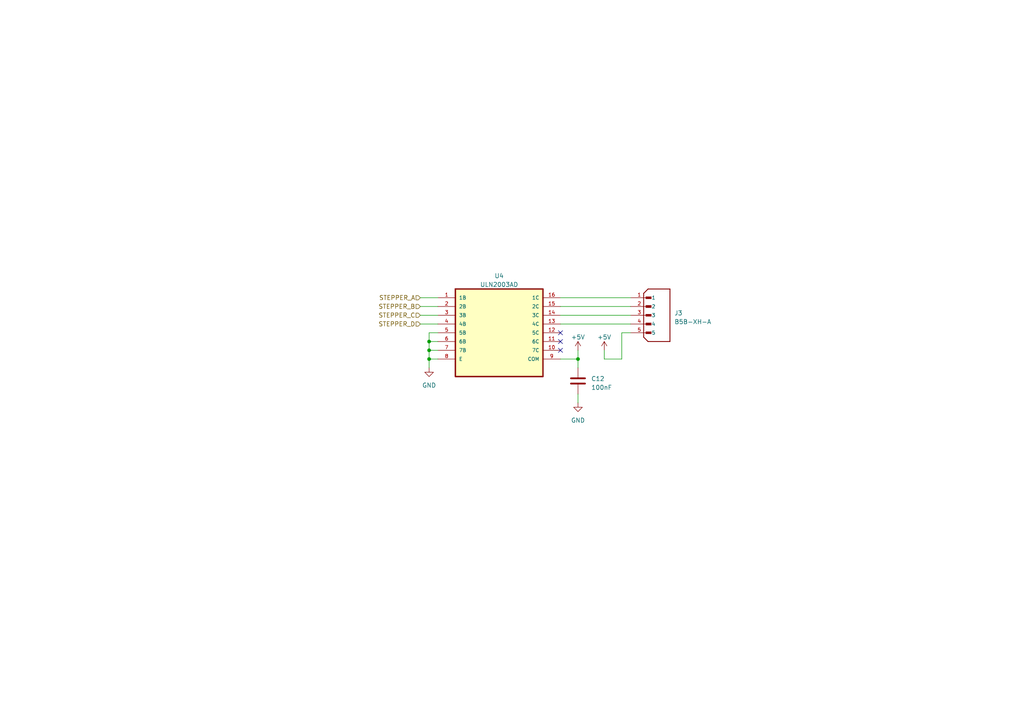
<source format=kicad_sch>
(kicad_sch (version 20230121) (generator eeschema)
  (paper "A4")
  (title_block (title "ISSptr") (date "July 2024") (rev "v1"))
  (lib_symbols
    (symbol "B5B-XH-A_LF__SN_:B5B-XH-A_LF__SN_" (pin_names (offset 1.016))
      (property "Reference" "J" (at -2.54 8.89 0))
      (property "Value" "B5B-XH-A_LF__SN_" (at -2.54 -10.16 0))
      (symbol "B5B-XH-A_LF__SN__0_0"
        (rectangle (start -3.175 -5.3975) (end -1.5875 -4.7625) (stroke (width 0.1)) (fill (type outline)))
        (rectangle (start -3.175 -2.8575) (end -1.5875 -2.2225) (stroke (width 0.1)) (fill (type outline)))
        (rectangle (start -3.175 -0.3175) (end -1.5875 0.3175) (stroke (width 0.1)) (fill (type outline)))
        (rectangle (start -3.175 2.2225) (end -1.5875 2.8575) (stroke (width 0.1)) (fill (type outline)))
        (rectangle (start -3.175 4.7625) (end -1.5875 5.3975) (stroke (width 0.1)) (fill (type outline)))
        (polyline (pts (xy -3.81 -6.35) (xy -2.54 -7.62)) (stroke (width 0.254)))
        (polyline (pts (xy -3.81 6.35) (xy -3.81 -6.35)) (stroke (width 0.254)))
        (polyline (pts (xy -3.81 6.35) (xy -2.54 7.62)) (stroke (width 0.254)))
        (polyline (pts (xy -2.54 -7.62) (xy 3.81 -7.62)) (stroke (width 0.254)))
        (polyline (pts (xy 3.81 -7.62) (xy 3.81 7.62)) (stroke (width 0.254)))
        (polyline (pts (xy 3.81 7.62) (xy -2.54 7.62)) (stroke (width 0.254)))
        (pin passive line (at -7.62 5.08 0) (length 5.08) (name "1") (number "1"))
        (pin passive line (at -7.62 2.54 0) (length 5.08) (name "2") (number "2"))
        (pin passive line (at -7.62 0 0) (length 5.08) (name "3") (number "3"))
        (pin passive line (at -7.62 -2.54 0) (length 5.08) (name "4") (number "4"))
        (pin passive line (at -7.62 -5.08 0) (length 5.08) (name "5") (number "5"))
      )
    )
    (symbol "Device:C" (pin_numbers hide) (pin_names (offset 0.254))
      (property "Reference" "C" (at 0.635 2.54 0))
      (property "Value" "C" (at 0.635 -2.54 0))
      (symbol "C_0_1"
        (polyline (pts (xy -2.032 -0.762) (xy 2.032 -0.762)) (stroke (width 0.508)))
        (polyline (pts (xy -2.032 0.762) (xy 2.032 0.762)) (stroke (width 0.508)))
      )
      (symbol "C_1_1"
        (pin passive line (at 0 3.81 270) (length 2.794) (name "~") (number "1"))
        (pin passive line (at 0 -3.81 90) (length 2.794) (name "~") (number "2"))
      )
    )
    (symbol "ULN2003AD:ULN2003AD" (pin_names (offset 1.016))
      (property "Reference" "U" (at -12.7 13.7 0))
      (property "Value" "ULN2003AD" (at -12.7 -16.7 0))
      (symbol "ULN2003AD_0_0"
        (rectangle (start -12.7 -12.7) (end 12.7 12.7) (stroke (width 0.41)) (fill (type background)))
        (pin input line (at -17.78 10.16 0) (length 5.08) (name "1B") (number "1"))
        (pin output line (at 17.78 -5.08 180) (length 5.08) (name "7C") (number "10"))
        (pin output line (at 17.78 -2.54 180) (length 5.08) (name "6C") (number "11"))
        (pin output line (at 17.78 0 180) (length 5.08) (name "5C") (number "12"))
        (pin output line (at 17.78 2.54 180) (length 5.08) (name "4C") (number "13"))
        (pin output line (at 17.78 5.08 180) (length 5.08) (name "3C") (number "14"))
        (pin output line (at 17.78 7.62 180) (length 5.08) (name "2C") (number "15"))
        (pin output line (at 17.78 10.16 180) (length 5.08) (name "1C") (number "16"))
        (pin input line (at -17.78 7.62 0) (length 5.08) (name "2B") (number "2"))
        (pin input line (at -17.78 5.08 0) (length 5.08) (name "3B") (number "3"))
        (pin input line (at -17.78 2.54 0) (length 5.08) (name "4B") (number "4"))
        (pin input line (at -17.78 0 0) (length 5.08) (name "5B") (number "5"))
        (pin input line (at -17.78 -2.54 0) (length 5.08) (name "6B") (number "6"))
        (pin input line (at -17.78 -5.08 0) (length 5.08) (name "7B") (number "7"))
        (pin input line (at -17.78 -7.62 0) (length 5.08) (name "E") (number "8"))
        (pin output line (at 17.78 -7.62 180) (length 5.08) (name "COM") (number "9"))
      )
    )
    (symbol "power:+5V" (power) (pin_names (offset 0))
      (property "Value" "+5V" (at 0 3.556 0))
      (symbol "+5V_0_1"
        (polyline (pts (xy -0.762 1.27) (xy 0 2.54)))
        (polyline (pts (xy 0 0) (xy 0 2.54)))
        (polyline (pts (xy 0 2.54) (xy 0.762 1.27)))
      )
      (symbol "+5V_1_1"
        (pin power_in line (at 0 0 90) (length 0) hide (name "+5V") (number "1"))
      )
    )
    (symbol "power:GND" (power) (pin_names (offset 0))
      (property "Value" "GND" (at 0 -3.81 0))
      (symbol "GND_0_1"
        (polyline (pts (xy 0 0) (xy 0 -1.27) (xy 1.27 -1.27) (xy 0 -2.54) (xy -1.27 -1.27) (xy 0 -1.27)))
      )
      (symbol "GND_1_1"
        (pin power_in line (at 0 0 270) (length 0) hide (name "GND") (number "1"))
      )
    )
  )
  (junction (at 167.64 104.14))
  (junction (at 124.46 101.6))
  (junction (at 124.46 99.06))
  (junction (at 124.46 104.14))
  (no_connect (at 162.56 96.52))
  (no_connect (at 162.56 99.06))
  (no_connect (at 162.56 101.6))
  (wire (pts (xy 167.64 104.14) (xy 167.64 106.68)))
  (wire (pts (xy 121.92 91.44) (xy 127 91.44)))
  (wire (pts (xy 180.34 104.14) (xy 180.34 96.52)))
  (wire (pts (xy 127 99.06) (xy 124.46 99.06)))
  (wire (pts (xy 162.56 86.36) (xy 182.88 86.36)))
  (wire (pts (xy 162.56 93.98) (xy 182.88 93.98)))
  (wire (pts (xy 162.56 88.9) (xy 182.88 88.9)))
  (wire (pts (xy 180.34 96.52) (xy 182.88 96.52)))
  (wire (pts (xy 127 101.6) (xy 124.46 101.6)))
  (wire (pts (xy 124.46 101.6) (xy 124.46 104.14)))
  (wire (pts (xy 124.46 104.14) (xy 124.46 106.68)))
  (wire (pts (xy 121.92 93.98) (xy 127 93.98)))
  (wire (pts (xy 121.92 86.36) (xy 127 86.36)))
  (wire (pts (xy 127 96.52) (xy 124.46 96.52)))
  (wire (pts (xy 175.26 104.14) (xy 180.34 104.14)))
  (wire (pts (xy 167.64 104.14) (xy 162.56 104.14)))
  (wire (pts (xy 167.64 101.6) (xy 167.64 104.14)))
  (wire (pts (xy 175.26 101.6) (xy 175.26 104.14)))
  (wire (pts (xy 121.92 88.9) (xy 127 88.9)))
  (wire (pts (xy 127 104.14) (xy 124.46 104.14)))
  (wire (pts (xy 167.64 114.3) (xy 167.64 116.84)))
  (wire (pts (xy 124.46 96.52) (xy 124.46 99.06)))
  (wire (pts (xy 124.46 99.06) (xy 124.46 101.6)))
  (wire (pts (xy 162.56 91.44) (xy 182.88 91.44)))
  (hierarchical_label "STEPPER_A" (shape input) (at 121.92 86.36 180))
  (hierarchical_label "STEPPER_D" (shape input) (at 121.92 93.98 180))
  (hierarchical_label "STEPPER_C" (shape input) (at 121.92 91.44 180))
  (hierarchical_label "STEPPER_B" (shape input) (at 121.92 88.9 180))
  (symbol (lib_id "power:+5V") (at 175.26 101.6 0) (unit 1)
    (property "Reference" "#PWR040" (effects hide))
    (property "Value" "+5V" (at 175.26 97.79 0))
  )
  (symbol (lib_id "power:GND") (at 167.64 116.84 0) (unit 1)
    (property "Reference" "#PWR041" (effects hide))
    (property "Value" "GND" (at 167.64 121.92 0))
  )
  (symbol (lib_id "power:+5V") (at 167.64 101.6 0) (unit 1)
    (property "Reference" "#PWR039" (effects hide))
    (property "Value" "+5V" (at 167.64 97.79 0))
  )
  (symbol (lib_id "ULN2003AD:ULN2003AD") (at 144.78 96.52 0) (unit 1)
    (property "Reference" "U4" (at 144.78 80.01 0))
    (property "Value" "ULN2003AD" (at 144.78 82.55 0))
    (property "Footprint" "ULN2003AD:SOIC127P600X175-16N" (effects hide))
    (property "MF" "Texas Instruments" (effects hide))
    (property "Description" "\n50-V, 7-ch darlington transistor array, -20C to 70C\n" (effects hide))
    (property "Package" "SOIC-16 Texas Instruments" (effects hide))
    (property "Price" "None" (effects hide))
    (property "SnapEDA_Link" "https://www.snapeda.com/parts/ULN2003AD/Texas+Instruments/view-part/?ref=snap" (effects hide))
    (property "MP" "ULN2003AD" (effects hide))
    (property "Purchase-URL" "https://www.snapeda.com/api/url_track_click_mouser/?unipart_id=45342&manufacturer=Texas Instruments&part_name=ULN2003AD&search_term=uln2003a" (effects hide))
    (property "Availability" "In Stock" (effects hide))
    (property "Check_prices" "https://www.snapeda.com/parts/ULN2003AD/Texas+Instruments/view-part/?ref=eda" (effects hide))
    (property "LCSC" "C908113" (effects hide))
  )
  (symbol (lib_id "Device:C") (at 167.64 110.49 0) (unit 1)
    (property "Reference" "C12" (at 171.45 109.855 0) (effects (justify left)))
    (property "Value" "100nF" (at 171.45 112.395 0) (effects (justify left)))
    (property "Footprint" "Capacitor_SMD:C_0603_1608Metric" (effects hide))
    (property "LCSC" "C1591" (effects hide))
  )
  (symbol (lib_id "B5B-XH-A_LF__SN_:B5B-XH-A_LF__SN_") (at 190.5 91.44 0) (unit 1)
    (property "Reference" "J3" (at 195.58 90.805 0) (effects (justify left)))
    (property "Value" "B5B-XH-A" (at 195.58 93.345 0) (effects (justify left)))
    (property "Footprint" "Connector:JST_B5B-XH-A_LF__SN_" (effects hide))
    (property "MF" "JST Sales America Inc." (effects hide))
    (property "MAXIMUM_PACKAGE_HEIGHT" "7.00 mm" (effects hide))
    (property "Package" "None" (effects hide))
    (property "Price" "None" (effects hide))
    (property "Check_prices" "https://www.snapeda.com/parts/B5B-XH-A(LF)(SN)/JST+Sales+America+Inc./view-part/?ref=eda" (effects hide))
    (property "STANDARD" "Manufacturer Recommendations" (effects hide))
    (property "PARTREV" "7/4/21" (effects hide))
    (property "SnapEDA_Link" "https://www.snapeda.com/parts/B5B-XH-A(LF)(SN)/JST+Sales+America+Inc./view-part/?ref=snap" (effects hide))
    (property "MP" "B5B-XH-A(LF)(SN)" (effects hide))
    (property "Description" "\nConnector Header Through Hole 5 position 0.098 (2.50mm)\n" (effects hide))
    (property "Availability" "In Stock" (effects hide))
    (property "MANUFACTURER" "JST" (effects hide))
    (property "LCSC" "C157991" (effects hide))
  )
  (symbol (lib_id "power:GND") (at 124.46 106.68 0) (unit 1)
    (property "Reference" "#PWR038" (effects hide))
    (property "Value" "GND" (at 124.46 111.76 0))
  )
)
</source>
